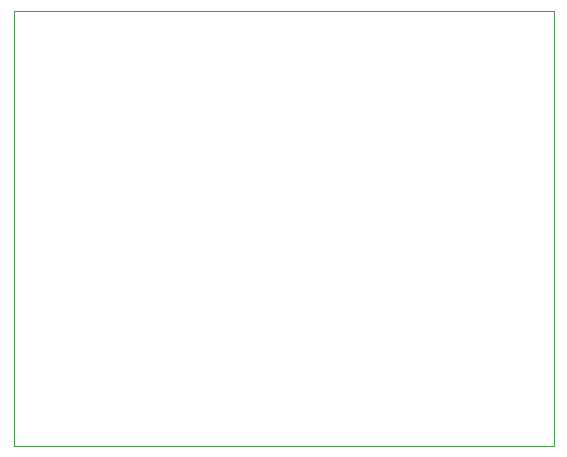
<source format=gbr>
%TF.GenerationSoftware,KiCad,Pcbnew,(5.1.10)-1*%
%TF.CreationDate,2022-06-23T22:49:29+01:00*%
%TF.ProjectId,tutorial1,7475746f-7269-4616-9c31-2e6b69636164,rev?*%
%TF.SameCoordinates,Original*%
%TF.FileFunction,Profile,NP*%
%FSLAX46Y46*%
G04 Gerber Fmt 4.6, Leading zero omitted, Abs format (unit mm)*
G04 Created by KiCad (PCBNEW (5.1.10)-1) date 2022-06-23 22:49:29*
%MOMM*%
%LPD*%
G01*
G04 APERTURE LIST*
%TA.AperFunction,Profile*%
%ADD10C,0.050000*%
%TD*%
G04 APERTURE END LIST*
D10*
X707390000Y179070000D02*
X706120000Y179070000D01*
X707390000Y142240000D02*
X706120000Y142240000D01*
X706120000Y142240000D02*
X706120000Y179070000D01*
X751840000Y142240000D02*
X707390000Y142240000D01*
X751840000Y179070000D02*
X751840000Y142240000D01*
X707390000Y179070000D02*
X751840000Y179070000D01*
M02*

</source>
